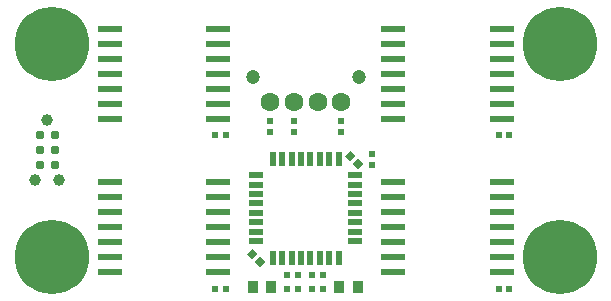
<source format=gts>
G04 #@! TF.FileFunction,Soldermask,Top*
%FSLAX46Y46*%
G04 Gerber Fmt 4.6, Leading zero omitted, Abs format (unit mm)*
G04 Created by KiCad (PCBNEW 0.201604290946+6713~44~ubuntu14.04.1-product) date Mon 11 Jul 2016 15:01:41 CEST*
%MOMM*%
%LPD*%
G01*
G04 APERTURE LIST*
%ADD10C,0.100000*%
%ADD11C,6.300000*%
%ADD12C,0.600000*%
%ADD13C,0.787000*%
%ADD14C,1.000000*%
%ADD15R,2.000000X0.600000*%
%ADD16C,1.200000*%
%ADD17C,1.600000*%
%ADD18R,0.500000X1.200000*%
%ADD19R,1.200000X0.500000*%
%ADD20R,0.950000X1.000000*%
%ADD21R,0.620000X0.620000*%
G04 APERTURE END LIST*
D10*
D11*
X121500000Y-114500000D03*
D12*
X121500000Y-112000000D03*
X124000000Y-114500000D03*
X121500000Y-117000000D03*
X119000000Y-114500000D03*
X119700000Y-112700000D03*
X123300000Y-112700000D03*
X119700000Y-116300000D03*
X123300000Y-116300000D03*
D11*
X121500000Y-132500000D03*
D12*
X121500000Y-130000000D03*
X124000000Y-132500000D03*
X121500000Y-135000000D03*
X119000000Y-132500000D03*
X119700000Y-130700000D03*
X123300000Y-130700000D03*
X119700000Y-134300000D03*
X123300000Y-134300000D03*
D11*
X78500000Y-132500000D03*
D12*
X78500000Y-130000000D03*
X81000000Y-132500000D03*
X78500000Y-135000000D03*
X76000000Y-132500000D03*
X76700000Y-130700000D03*
X80300000Y-130700000D03*
X76700000Y-134300000D03*
X80300000Y-134300000D03*
D11*
X78500000Y-114500000D03*
D12*
X78500000Y-112000000D03*
X81000000Y-114500000D03*
X78500000Y-117000000D03*
X76000000Y-114500000D03*
X76700000Y-112700000D03*
X80300000Y-112700000D03*
X76700000Y-116300000D03*
X80300000Y-116300000D03*
D13*
X77500000Y-122230000D03*
X78770000Y-122230000D03*
X77500000Y-123500000D03*
X78770000Y-123500000D03*
X77500000Y-124770000D03*
X78770000Y-124770000D03*
D14*
X78135000Y-120960000D03*
X77119000Y-126040000D03*
X79151000Y-126040000D03*
D15*
X83400000Y-113190000D03*
X83400000Y-114460000D03*
X83400000Y-115730000D03*
X83400000Y-117000000D03*
X83400000Y-118270000D03*
X83400000Y-119540000D03*
X83400000Y-120810000D03*
X92600000Y-120810000D03*
X92600000Y-119540000D03*
X92600000Y-118270000D03*
X92600000Y-117000000D03*
X92600000Y-115730000D03*
X92600000Y-114460000D03*
X92600000Y-113190000D03*
X107400000Y-126190000D03*
X107400000Y-127460000D03*
X107400000Y-128730000D03*
X107400000Y-130000000D03*
X107400000Y-131270000D03*
X107400000Y-132540000D03*
X107400000Y-133810000D03*
X116600000Y-133810000D03*
X116600000Y-132540000D03*
X116600000Y-131270000D03*
X116600000Y-130000000D03*
X116600000Y-128730000D03*
X116600000Y-127460000D03*
X116600000Y-126190000D03*
X83400000Y-126190000D03*
X83400000Y-127460000D03*
X83400000Y-128730000D03*
X83400000Y-130000000D03*
X83400000Y-131270000D03*
X83400000Y-132540000D03*
X83400000Y-133810000D03*
X92600000Y-133810000D03*
X92600000Y-132540000D03*
X92600000Y-131270000D03*
X92600000Y-130000000D03*
X92600000Y-128730000D03*
X92600000Y-127460000D03*
X92600000Y-126190000D03*
X107400000Y-113190000D03*
X107400000Y-114460000D03*
X107400000Y-115730000D03*
X107400000Y-117000000D03*
X107400000Y-118270000D03*
X107400000Y-119540000D03*
X107400000Y-120810000D03*
X116600000Y-120810000D03*
X116600000Y-119540000D03*
X116600000Y-118270000D03*
X116600000Y-117000000D03*
X116600000Y-115730000D03*
X116600000Y-114460000D03*
X116600000Y-113190000D03*
D16*
X104500000Y-117300000D03*
X95500000Y-117300000D03*
D17*
X103000000Y-119400000D03*
X101000000Y-119400000D03*
X99000000Y-119400000D03*
X97000000Y-119400000D03*
D18*
X97200000Y-132600000D03*
X98000000Y-132600000D03*
X98800000Y-132600000D03*
X99600000Y-132600000D03*
X100400000Y-132600000D03*
X101200000Y-132600000D03*
X102000000Y-132600000D03*
X102800000Y-132600000D03*
D19*
X104200000Y-131200000D03*
X104200000Y-130400000D03*
X104200000Y-129600000D03*
X104200000Y-128800000D03*
X104200000Y-128000000D03*
X104200000Y-127200000D03*
X104200000Y-126400000D03*
X104200000Y-125600000D03*
D18*
X102800000Y-124200000D03*
X102000000Y-124200000D03*
X101200000Y-124200000D03*
X100400000Y-124200000D03*
X99600000Y-124200000D03*
X98800000Y-124200000D03*
X98000000Y-124200000D03*
X97200000Y-124200000D03*
D19*
X95800000Y-125600000D03*
X95800000Y-126400000D03*
X95800000Y-127200000D03*
X95800000Y-128000000D03*
X95800000Y-128800000D03*
X95800000Y-129600000D03*
X95800000Y-130400000D03*
X95800000Y-131200000D03*
D20*
X97100000Y-135100000D03*
X95500000Y-135100000D03*
D21*
X116350000Y-135200000D03*
X117250000Y-135200000D03*
X92350000Y-135200000D03*
X93250000Y-135200000D03*
X92350000Y-122200000D03*
X93250000Y-122200000D03*
X105600000Y-123850000D03*
X105600000Y-124750000D03*
D10*
G36*
X103343396Y-123981802D02*
X103781802Y-123543396D01*
X104220208Y-123981802D01*
X103781802Y-124420208D01*
X103343396Y-123981802D01*
X103343396Y-123981802D01*
G37*
G36*
X103979792Y-124618198D02*
X104418198Y-124179792D01*
X104856604Y-124618198D01*
X104418198Y-125056604D01*
X103979792Y-124618198D01*
X103979792Y-124618198D01*
G37*
G36*
X96556604Y-132918198D02*
X96118198Y-133356604D01*
X95679792Y-132918198D01*
X96118198Y-132479792D01*
X96556604Y-132918198D01*
X96556604Y-132918198D01*
G37*
G36*
X95920208Y-132281802D02*
X95481802Y-132720208D01*
X95043396Y-132281802D01*
X95481802Y-131843396D01*
X95920208Y-132281802D01*
X95920208Y-132281802D01*
G37*
D21*
X99350000Y-134050000D03*
X98450000Y-134050000D03*
X100550000Y-134050000D03*
X101450000Y-134050000D03*
X98450000Y-135250000D03*
X99350000Y-135250000D03*
X116350000Y-122200000D03*
X117250000Y-122200000D03*
X101450000Y-135250000D03*
X100550000Y-135250000D03*
D20*
X102800000Y-135100000D03*
X104400000Y-135100000D03*
D21*
X97000000Y-121050000D03*
X97000000Y-121950000D03*
X103000000Y-121050000D03*
X103000000Y-121950000D03*
X99000000Y-121050000D03*
X99000000Y-121950000D03*
M02*

</source>
